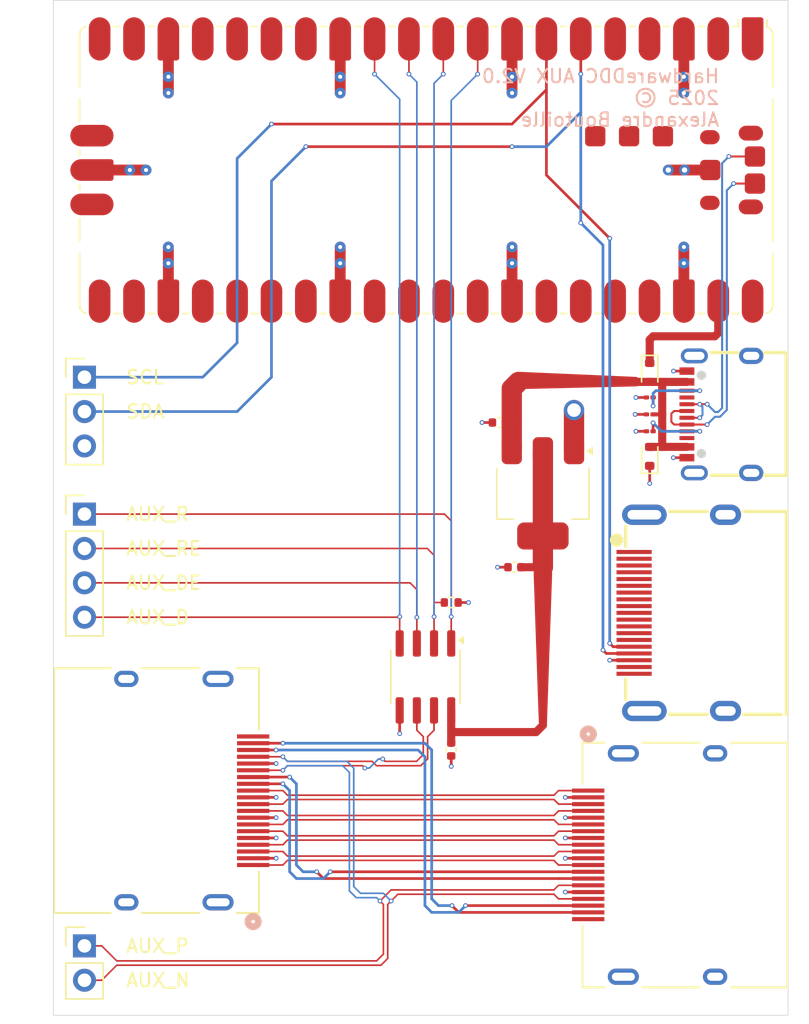
<source format=kicad_pcb>
(kicad_pcb (version 20241229) (generator "pcbnew") (generator_version "9.0")
  (layers (0 "F.Cu" signal) (4 "In1.Cu" signal) (6 "In2.Cu" signal) (2 "B.Cu" signal) (13 "F.Paste" user) (15 "B.Paste" user) (5 "F.SilkS" user "F.Silkscreen") (7 "B.SilkS" user "B.Silkscreen") (1 "F.Mask" user) (3 "B.Mask" user) (25 "Edge.Cuts" user))
  (net 0 "")
  (net 5 "GND")
  (net 6 "/SDA")
  (net 7 "Net-(A1-VSYS)")
  (net 11 "/AUX_D")
  (net 16 "/USB_DP")
  (net 23 "/SCL")
  (net 25 "/AUX_R")
  (net 32 "/AUX_DE")
  (net 33 "/AUX_RE")
  (net 40 "+3V3")
  (net 41 "+5V")
  (net 43 "Net-(J2-CC1)")
  (net 45 "Net-(J2-CC2)")
  (net 46 "/ML3_N")
  (net 47 "/ML2_N")
  (net 48 "/AUX_N")
  (net 49 "/ML0_P")
  (net 50 "Net-(J5-Pad19)")
  (net 51 "/ML2_P")
  (net 52 "/ML1_N")
  (net 53 "Net-(J5-Pad18)")
  (net 54 "/ML0_N")
  (net 55 "/AUX_P")
  (net 56 "Net-(J5-Pad14)")
  (net 57 "/ML3_P")
  (net 58 "Net-(J5-Pad13)")
  (net 59 "/ML1_P")
  (net 78 "/USB_DN")
  (footprint "Diode_SMD:D_SOD-523" (layer "F.Cu") (at 144.075 77.498667 -90)
    (property "Reference" "D2" (hide yes))
    (property "Value" "D_Schottky")
  )
  (footprint "Resistor_SMD:R_01005_0402Metric" (layer "F.Cu") (at 144.075 81.848667)
    (property "Reference" "R1" (hide yes))
    (property "Value" "5.1K")
  )
  (footprint "Libraries:CONN_47272-0001_MOL" (layer "F.Cu") (at 132.4 113.9 90)
    (property "Reference" "J5" (hide yes))
    (property "Value" "472720001")
  )
  (footprint "Diode_SMD:D_SOD-523" (layer "F.Cu") (at 144.075 83.7 90)
    (property "Reference" "D1" (hide yes))
    (property "Value" "D_TVS")
  )
  (footprint "Connector_PinHeader_2.54mm:PinHeader_1x03_P2.54mm_Vertical" (layer "F.Cu") (at 102.3 77.85)
    (property "Reference" "J3" (hide yes))
    (property "Value" "Conn_01x03_Pin")
  )
  (footprint "Resistor_SMD:R_0402_1005Metric" (layer "F.Cu") (at 129.405 94.5)
    (property "Reference" "R3" (hide yes))
    (property "Value" "10K")
  )
  (footprint "Connector_PinHeader_2.54mm:PinHeader_1x02_P2.54mm_Vertical" (layer "F.Cu") (at 102.3 119.875)
    (property "Reference" "J4" (hide yes))
    (property "Value" "Conn_01x02_Pin")
  )
  (footprint "Capacitor_SMD:C_0402_1005Metric" (layer "F.Cu") (at 129.405 105.36 -90)
    (property "Reference" "C2" (hide yes))
    (property "Value" "100nF")
  )
  (footprint "Module:RaspberryPi_Pico_SMD" (layer "F.Cu") (at 127.55 62.54 -90)
    (property "Reference" "A1" (hide yes))
    (property "Value" "RaspberryPi_Pico")
  )
  (footprint "Resistor_SMD:R_01005_0402Metric" (layer "F.Cu") (at 144.075 79.348974)
    (property "Reference" "R2" (hide yes))
    (property "Value" "5.1K")
  )
  (footprint "Connector_PinHeader_2.54mm:PinHeader_1x04_P2.54mm_Vertical" (layer "F.Cu") (at 102.3 87.968)
    (property "Reference" "J1" (hide yes))
    (property "Value" "Conn_01x04_Pin")
  )
  (footprint "Capacitor_SMD:C_01005_0402Metric" (layer "F.Cu") (at 144.075 80.598667 180)
    (property "Reference" "C1" (hide yes))
    (property "Value" "100nF")
  )
  (footprint "HDMILibrary:HDMI-SMD_HDMI-19PIN-043" (layer "F.Cu") (at 146.3 95.266667 90)
    (property "Reference" "J7" (hide yes))
    (property "Value" "HDMI_A_1.4")
  )
  (footprint "Capacitor_SMD:C_0402_1005Metric" (layer "F.Cu") (at 132.93 81.2 180)
    (property "Reference" "C3" (hide yes))
    (property "Value" "10uF")
  )
  (footprint "Package_SO:SOIC-8_3.9x4.9mm_P1.27mm" (layer "F.Cu") (at 127.5 100 -90)
    (property "Reference" "U1" (hide yes))
    (property "Value" "SN65MLVD200ADR")
  )
  (footprint "Libraries:CONN_47272-0001_MOL" (layer "F.Cu") (at 121.9 108.4 -90)
    (property "Reference" "J6" (hide yes))
    (property "Value" "472720001")
  )
  (footprint "Libraries:USB-C-SMD_TYPE-C-6PIN-2MD-073" (layer "F.Cu") (at 149.2 80.598667 90)
    (property "Reference" "J2" (hide yes))
    (property "Value" "USB_C_Receptacle")
    (fp_poly (pts (xy 3.237006 -1.350684) (xy 3.213358 -1.438939) (xy 3.167674 -1.518067) (xy 3.103067 -1.582674) (xy 3.023939 -1.628358) (xy 2.935684 -1.652006) (xy 2.844316 -1.652006) (xy 2.756061 -1.628358) (xy 2.676933 -1.582674) (xy 2.612326 -1.518067) (xy 2.566642 -1.438939) (xy 2.542994 -1.350684) (xy 2.542994 -1.259316) (xy 2.566642 -1.171061) (xy 2.612326 -1.091933) (xy 2.676933 -1.027326) (xy 2.756061 -0.981642) (xy 2.844316 -0.957994) (xy 2.935684 -0.957994) (xy 3.023939 -0.981642) (xy 3.103067 -1.027326) (xy 3.167674 -1.091933) (xy 3.213358 -1.171061) (xy 3.237006 -1.259316)) (fill yes) (layer "Edge.Cuts"))
    (fp_poly (pts (xy -2.542994 -1.350684) (xy -2.566642 -1.438939) (xy -2.612326 -1.518067) (xy -2.676933 -1.582674) (xy -2.756061 -1.628358) (xy -2.844316 -1.652006) (xy -2.935684 -1.652006) (xy -3.023939 -1.628358) (xy -3.103067 -1.582674) (xy -3.167674 -1.518067) (xy -3.213358 -1.438939) (xy -3.237006 -1.350684) (xy -3.237006 -1.259316) (xy -3.213358 -1.171061) (xy -3.167674 -1.091933) (xy -3.103067 -1.027326) (xy -3.023939 -0.981642) (xy -2.935684 -0.957994) (xy -2.844316 -0.957994) (xy -2.756061 -0.981642) (xy -2.676933 -1.027326) (xy -2.612326 -1.091933) (xy -2.566642 -1.171061) (xy -2.542994 -1.259316)) (fill yes) (layer "Edge.Cuts"))
  )
  (footprint "Capacitor_SMD:C_0402_1005Metric" (layer "F.Cu") (at 134.08 91.892667 180)
    (property "Reference" "C4" (hide yes))
    (property "Value" "10uF")
  )
  (footprint "Package_TO_SOT_SMD:SOT-223-3_TabPin2" (layer "F.Cu") (at 136.18 86.432667 -90)
    (property "Reference" "U2" (hide yes))
    (property "Value" "AMS1117-3.3")
  )
  (gr_rect (start 100 50) (end 154.3 125) (stroke (width 0.05)) (fill no) (layer "Edge.Cuts"))
  (gr_text "AUX_N" (at 105.3 122.415 0) (layer "F.SilkS") (effects (font (size 1 1)) (justify left)))
  (gr_text "AUX_DE" (at 105.3 93.048 0) (layer "F.SilkS") (effects (font (size 1 1)) (justify left)))
  (gr_text "AUX_RE" (at 105.3 90.508 0) (layer "F.SilkS") (effects (font (size 1 1)) (justify left)))
  (gr_text "SCL" (at 105.3 77.85 0) (layer "F.SilkS") (effects (font (size 1 1)) (justify left)))
  (gr_text "AUX_D" (at 105.3 95.588 0) (layer "F.SilkS") (effects (font (size 1 1)) (justify left)))
  (gr_text "SDA" (at 105.3 80.39 0) (layer "F.SilkS") (effects (font (size 1 1)) (justify left)))
  (gr_text "AUX_P" (at 105.3 119.875 0) (layer "F.SilkS") (effects (font (size 1 1)) (justify left)))
  (gr_text "AUX_R" (at 105.3 87.968 0) (layer "F.SilkS") (effects (font (size 1 1)) (justify left)))
  (gr_text "HardwareDDC AUX V2.0\n2025 ©\nAlexandre Boutoille" (at 149.3 55.02 0) (layer "B.SilkS") (effects (font (size 1 1)) (justify left top mirror)))
  (segment (start 129.405 105.84) (end 129.405 106.61) (width 0.2) (layer "F.Cu") (net 5))
  (segment (start 139.5322 115.9) (end 137.8384 115.9) (width 0.2) (layer "F.Cu") (net 5))
  (segment (start 108.5 52.85) (end 108.5 56.85) (width 0.8) (layer "F.Cu") (net 5))
  (segment (start 144.075 84.4) (end 144.075 85.7) (width 0.2) (layer "F.Cu") (net 5))
  (segment (start 138.48 83.282667) (end 138.48 80.282667) (width 1.5) (layer "F.Cu") (net 5))
  (segment (start 121.2 72.23) (end 121.2 68.23) (width 0.8) (layer "F.Cu") (net 5))
  (segment (start 148.55 62.54) (end 145.45 62.54) (width 0.8) (layer "F.Cu") (net 5))
  (segment (start 114.7678 113.4) (end 116.4616 113.4) (width 0.2) (layer "F.Cu") (net 5))
  (segment (start 129.915 94.5) (end 130.685 94.5) (width 0.2) (layer "F.Cu") (net 5))
  (segment (start 139.5322 110.4) (end 137.8384 110.4) (width 0.2) (layer "F.Cu") (net 5))
  (segment (start 142.92 98.766667) (end 141.12 98.766667) (width 0.2) (layer "F.Cu") (net 5))
  (segment (start 139.5322 113.4) (end 137.8384 113.4) (width 0.2) (layer "F.Cu") (net 5))
  (segment (start 143.825 80.598667) (end 143.001333 80.598667) (width 0.2) (layer "F.Cu") (net 5))
  (segment (start 146.6 72.23) (end 146.6 68.23) (width 0.8) (layer "F.Cu") (net 5))
  (segment (start 114.7678 108.9) (end 116.4616 108.9) (width 0.2) (layer "F.Cu") (net 5))
  (segment (start 146.825 83.798667) (end 145.825 83.798667) (width 0.2) (layer "F.Cu") (net 5))
  (segment (start 139.5322 108.9) (end 137.8384 108.9) (width 0.2) (layer "F.Cu") (net 5))
  (segment (start 114.7678 111.9) (end 116.4616 111.9) (width 0.2) (layer "F.Cu") (net 5))
  (segment (start 143.825 81.848667) (end 143.055 81.848667) (width 0.2) (layer "F.Cu") (net 5))
  (segment (start 103.65 62.54) (end 106.85 62.54) (width 0.8) (layer "F.Cu") (net 5))
  (segment (start 125.595 102.475) (end 125.595 104.185) (width 0.2) (layer "F.Cu") (net 5))
  (segment (start 114.7678 110.4) (end 116.4616 110.4) (width 0.2) (layer "F.Cu") (net 5))
  (segment (start 146.6 52.85) (end 146.6 56.85) (width 0.8) (layer "F.Cu") (net 5))
  (segment (start 133.9 52.85) (end 133.9 56.85) (width 0.8) (layer "F.Cu") (net 5))
  (segment (start 121.2 52.85) (end 121.2 56.85) (width 0.8) (layer "F.Cu") (net 5))
  (segment (start 133.6 91.892667) (end 132.83 91.892667) (width 0.2) (layer "F.Cu") (net 5))
  (segment (start 114.7678 106.4) (end 116.4616 106.4) (width 0.2) (layer "F.Cu") (net 5))
  (segment (start 108.5 72.23) (end 108.5 68.23) (width 0.8) (layer "F.Cu") (net 5))
  (segment (start 146.825 77.398667) (end 145.835 77.398667) (width 0.2) (layer "F.Cu") (net 5))
  (segment (start 132.45 81.2) (end 131.68 81.2) (width 0.2) (layer "F.Cu") (net 5))
  (segment (start 133.9 72.23) (end 133.9 68.23) (width 0.8) (layer "F.Cu") (net 5))
  (segment (start 143.825 79.348974) (end 143.055 79.348974) (width 0.2) (layer "F.Cu") (net 5))
  (segment (start 139.5322 111.9) (end 137.8384 111.9) (width 0.2) (layer "F.Cu") (net 5))
  (via (at 137.8384 113.4) (size 0.35) (drill 0.2) (layers "F.Cu" "B.Cu") (net 5))
  (via (at 116.4616 108.9) (size 0.35) (drill 0.2) (layers "F.Cu" "B.Cu") (net 5))
  (via (at 133.9 56.85) (size 0.8) (drill 0.3) (layers "F.Cu" "B.Cu") (net 5))
  (via (at 146.6 69.43) (size 0.8) (drill 0.3) (layers "F.Cu" "B.Cu") (net 5))
  (via (at 131.68 81.2) (size 0.35) (drill 0.2) (layers "F.Cu" "B.Cu") (net 5))
  (via (at 143.001333 80.598667) (size 0.35) (drill 0.2) (layers "F.Cu" "B.Cu") (net 5))
  (via (at 121.2 56.85) (size 0.8) (drill 0.3) (layers "F.Cu" "B.Cu") (net 5))
  (via (at 144.075 85.7) (size 0.35) (drill 0.2) (layers "F.Cu" "B.Cu") (net 5))
  (via (at 105.65 62.54) (size 0.8) (drill 0.3) (layers "F.Cu" "B.Cu") (net 5))
  (via (at 116.4616 113.4) (size 0.35) (drill 0.2) (layers "F.Cu" "B.Cu") (net 5))
  (via (at 108.5 56.85) (size 0.8) (drill 0.3) (layers "F.Cu" "B.Cu") (net 5))
  (via (at 125.595 104.185) (size 0.35) (drill 0.2) (layers "F.Cu" "B.Cu") (net 5))
  (via (at 121.2 55.65) (size 0.8) (drill 0.3) (layers "F.Cu" "B.Cu") (net 5))
  (via (at 137.8384 108.9) (size 0.35) (drill 0.2) (layers "F.Cu" "B.Cu") (net 5))
  (via (at 121.2 69.43) (size 0.8) (drill 0.3) (layers "F.Cu" "B.Cu") (net 5))
  (via (at 129.405 106.61) (size 0.35) (drill 0.2) (layers "F.Cu" "B.Cu") (net 5))
  (via (at 116.4616 110.4) (size 0.35) (drill 0.2) (layers "F.Cu" "B.Cu") (net 5))
  (via (at 145.825 83.798667) (size 0.35) (drill 0.2) (layers "F.Cu" "B.Cu") (net 5))
  (via (at 146.65 62.54) (size 0.8) (drill 0.4) (layers "F.Cu" "B.Cu") (net 5))
  (via (at 116.4616 111.9) (size 0.35) (drill 0.2) (layers "F.Cu" "B.Cu") (net 5))
  (via (at 108.5 68.23) (size 0.8) (drill 0.3) (layers "F.Cu" "B.Cu") (net 5))
  (via (at 146.6 55.65) (size 0.8) (drill 0.3) (layers "F.Cu" "B.Cu") (net 5))
  (via (at 132.83 91.892667) (size 0.35) (drill 0.2) (layers "F.Cu" "B.Cu") (net 5))
  (via (at 130.685 94.5) (size 0.35) (drill 0.2) (layers "F.Cu" "B.Cu") (net 5))
  (via (at 143.055 79.348974) (size 0.35) (drill 0.2) (layers "F.Cu" "B.Cu") (net 5))
  (via (at 138.48 80.282667) (size 1.5) (drill 1) (layers "F.Cu" "B.Cu") (net 5))
  (via (at 137.8384 110.4) (size 0.35) (drill 0.2) (layers "F.Cu" "B.Cu") (net 5))
  (via (at 116.4616 106.4) (size 0.35) (drill 0.2) (layers "F.Cu" "B.Cu") (net 5))
  (via (at 143.055 81.848667) (size 0.35) (drill 0.2) (layers "F.Cu" "B.Cu") (net 5))
  (via (at 121.2 68.23) (size 0.8) (drill 0.3) (layers "F.Cu" "B.Cu") (net 5))
  (via (at 133.9 55.65) (size 0.8) (drill 0.3) (layers "F.Cu" "B.Cu") (net 5))
  (via (at 145.835 77.398667) (size 0.35) (drill 0.2) (layers "F.Cu" "B.Cu") (net 5))
  (via (at 108.5 69.43) (size 0.8) (drill 0.3) (layers "F.Cu" "B.Cu") (net 5))
  (via (at 133.9 69.43) (size 0.8) (drill 0.3) (layers "F.Cu" "B.Cu") (net 5))
  (via (at 108.5 55.65) (size 0.8) (drill 0.3) (layers "F.Cu" "B.Cu") (net 5))
  (via (at 145.45 62.54) (size 0.8) (drill 0.4) (layers "F.Cu" "B.Cu") (net 5))
  (via (at 106.85 62.54) (size 0.8) (drill 0.3) (layers "F.Cu" "B.Cu") (net 5))
  (via (at 146.6 68.23) (size 0.8) (drill 0.3) (layers "F.Cu" "B.Cu") (net 5))
  (via (at 137.8384 115.9) (size 0.35) (drill 0.2) (layers "F.Cu" "B.Cu") (net 5))
  (via (at 133.9 68.23) (size 0.8) (drill 0.3) (layers "F.Cu" "B.Cu") (net 5))
  (via (at 137.8384 111.9) (size 0.35) (drill 0.2) (layers "F.Cu" "B.Cu") (net 5))
  (via (at 141.12 98.766667) (size 0.35) (drill 0.2) (layers "F.Cu" "B.Cu") (net 5))
  (via (at 146.6 56.85) (size 0.8) (drill 0.3) (layers "F.Cu" "B.Cu") (net 5))
  (segment (start 118.66 60.814) (end 133.9 60.814) (width 0.2) (layer "F.Cu") (net 6))
  (segment (start 142.92 98.266667) (end 140.87 98.266667) (width 0.2) (layer "F.Cu") (net 6))
  (segment (start 138.98 52.85) (end 138.98 55.45) (width 0.2) (layer "F.Cu") (net 6))
  (segment (start 140.87 98.266667) (end 140.62 98.016667) (width 0.2) (layer "F.Cu") (net 6))
  (via (at 118.66 60.814) (size 0.35) (drill 0.2) (layers "F.Cu" "B.Cu") (net 6))
  (via (at 133.9 60.814) (size 0.35) (drill 0.2) (layers "F.Cu" "B.Cu") (net 6))
  (via (at 140.62 98.016667) (size 0.35) (drill 0.2) (layers "F.Cu" "B.Cu") (net 6))
  (via (at 138.98 55.45) (size 0.35) (drill 0.2) (layers "F.Cu" "B.Cu") (net 6))
  (via (at 138.98 66.45) (size 0.35) (drill 0.2) (layers "F.Cu" "B.Cu") (net 6))
  (segment (start 136.44 60.814) (end 138.98 58.274) (width 0.2) (layer "B.Cu") (net 6))
  (segment (start 140.62 98.016667) (end 140.62 68.09) (width 0.2) (layer "B.Cu") (net 6))
  (segment (start 138.98 66.45) (end 140.62 68.09) (width 0.2) (layer "B.Cu") (net 6))
  (segment (start 116.12 63.354) (end 118.66 60.814) (width 0.2) (layer "B.Cu") (net 6))
  (segment (start 113.58 80.39) (end 116.12 77.85) (width 0.2) (layer "B.Cu") (net 6))
  (segment (start 138.98 55.45) (end 138.98 66.45) (width 0.2) (layer "B.Cu") (net 6))
  (segment (start 116.12 77.85) (end 116.12 63.354) (width 0.2) (layer "B.Cu") (net 6))
  (segment (start 102.3 80.39) (end 113.58 80.39) (width 0.2) (layer "B.Cu") (net 6))
  (segment (start 133.9 60.814) (end 136.44 60.814) (width 0.2) (layer "B.Cu") (net 6))
  (segment (start 149.14 72.23) (end 149.14 74.5775) (width 0.6) (layer "F.Cu") (net 7))
  (segment (start 148.89 74.8275) (end 144.325 74.8275) (width 0.6) (layer "F.Cu") (net 7))
  (segment (start 149.14 74.5775) (end 148.89 74.8275) (width 0.6) (layer "F.Cu") (net 7))
  (segment (start 144.325 74.8275) (end 144.075 75.0775) (width 0.6) (layer "F.Cu") (net 7))
  (segment (start 144.075 76.798667) (end 144.075 75.0775) (width 0.6) (layer "F.Cu") (net 7))
  (segment (start 123.74 52.85) (end 123.74 55.45) (width 0.12) (layer "F.Cu") (net 11))
  (segment (start 102.3 95.588) (end 125.557 95.588) (width 0.12) (layer "F.Cu") (net 11))
  (segment (start 125.595 97.525) (end 125.595 95.55) (width 0.12) (layer "F.Cu") (net 11))
  (segment (start 125.557 95.588) (end 125.595 95.55) (width 0.12) (layer "F.Cu") (net 11))
  (via (at 125.595 95.55) (size 0.35) (drill 0.2) (layers "F.Cu" "B.Cu") (net 11))
  (via (at 123.74 55.45) (size 0.35) (drill 0.2) (layers "F.Cu" "B.Cu") (net 11))
  (segment (start 123.74 55.45) (end 125.595 57.305) (width 0.12) (layer "B.Cu") (net 11))
  (segment (start 125.595 57.305) (end 125.595 95.55) (width 0.12) (layer "B.Cu") (net 11))
  (segment (start 151.85 61.54) (end 149.925 61.54) (width 0.15) (layer "F.Cu") (net 16))
  (segment (start 147.775 79.848667) (end 148.325 79.848667) (width 0.15) (layer "F.Cu") (net 16))
  (segment (start 146.825 79.848667) (end 147.775 79.848667) (width 0.15) (layer "F.Cu") (net 16))
  (segment (start 146.825 80.848667) (end 147.775 80.848667) (width 0.15) (layer "F.Cu") (net 16))
  (via (at 148.325 79.848667) (size 0.35) (drill 0.2) (layers "F.Cu" "B.Cu") (net 16))
  (via (at 149.925 61.54) (size 0.35) (drill 0.2) (layers "F.Cu" "B.Cu") (net 16))
  (via (at 147.775 79.848667) (size 0.35) (drill 0.2) (layers "F.Cu" "B.Cu") (net 16))
  (via (at 147.775 80.848667) (size 0.35) (drill 0.2) (layers "F.Cu" "B.Cu") (net 16))
  (segment (start 147.775 80.848667) (end 147.975 80.648667) (width 0.15) (layer "B.Cu") (net 16))
  (segment (start 147.975 80.048667) (end 147.975 80.648667) (width 0.15) (layer "B.Cu") (net 16))
  (segment (start 149.425 62.04) (end 149.425 80.127512) (width 0.15) (layer "B.Cu") (net 16))
  (segment (start 149.128845 80.423667) (end 148.9 80.423667) (width 0.15) (layer "B.Cu") (net 16))
  (segment (start 149.925 61.54) (end 149.425 62.04) (width 0.15) (layer "B.Cu") (net 16))
  (segment (start 148.9 80.423667) (end 148.325 79.848667) (width 0.15) (layer "B.Cu") (net 16))
  (segment (start 149.425 80.127512) (end 149.128845 80.423667) (width 0.15) (layer "B.Cu") (net 16))
  (segment (start 147.775 79.848667) (end 147.975 80.048667) (width 0.15) (layer "B.Cu") (net 16))
  (segment (start 142.92 97.766667) (end 141.37 97.766667) (width 0.2) (layer "F.Cu") (net 23))
  (segment (start 136.44 52.85) (end 136.44 62.91) (width 0.2) (layer "F.Cu") (net 23))
  (segment (start 133.9 59.144) (end 136.44 56.604) (width 0.2) (layer "F.Cu") (net 23))
  (segment (start 116.12 59.144) (end 133.9 59.144) (width 0.2) (layer "F.Cu") (net 23))
  (segment (start 141.12 67.59) (end 136.44 62.91) (width 0.2) (layer "F.Cu") (net 23))
  (segment (start 141.37 97.766667) (end 141.12 97.516667) (width 0.2) (layer "F.Cu") (net 23))
  (via (at 141.12 67.59) (size 0.35) (drill 0.2) (layers "F.Cu" "B.Cu") (net 23))
  (via (at 141.12 97.516667) (size 0.35) (drill 0.2) (layers "F.Cu" "B.Cu") (net 23))
  (via (at 116.12 59.144) (size 0.35) (drill 0.2) (layers "F.Cu" "B.Cu") (net 23))
  (segment (start 113.58 61.684) (end 116.12 59.144) (width 0.2) (layer "B.Cu") (net 23))
  (segment (start 102.3 77.85) (end 111.04 77.85) (width 0.2) (layer "B.Cu") (net 23))
  (segment (start 111.04 77.85) (end 113.58 75.31) (width 0.2) (layer "B.Cu") (net 23))
  (segment (start 113.58 75.31) (end 113.58 61.684) (width 0.2) (layer "B.Cu") (net 23))
  (segment (start 141.12 97.516667) (end 141.12 67.59) (width 0.2) (layer "B.Cu") (net 23))
  (segment (start 128.905 87.968) (end 102.3 87.968) (width 0.12) (layer "F.Cu") (net 25))
  (segment (start 131.36 52.85) (end 131.36 55.45) (width 0.12) (layer "F.Cu") (net 25))
  (segment (start 129.405 95.55) (end 129.405 88.468) (width 0.12) (layer "F.Cu") (net 25))
  (segment (start 129.405 97.525) (end 129.405 95.55) (width 0.12) (layer "F.Cu") (net 25))
  (segment (start 129.405 88.468) (end 128.905 87.968) (width 0.12) (layer "F.Cu") (net 25))
  (via (at 131.36 55.45) (size 0.35) (drill 0.2) (layers "F.Cu" "B.Cu") (net 25))
  (via (at 129.405 95.55) (size 0.35) (drill 0.2) (layers "F.Cu" "B.Cu") (net 25))
  (segment (start 129.405 57.405) (end 129.405 95.55) (width 0.12) (layer "B.Cu") (net 25))
  (segment (start 131.36 55.45) (end 129.405 57.405) (width 0.12) (layer "B.Cu") (net 25))
  (segment (start 126.365 93.048) (end 102.3 93.048) (width 0.12) (layer "F.Cu") (net 32))
  (segment (start 126.865 95.6) (end 126.865 93.548) (width 0.12) (layer "F.Cu") (net 32))
  (segment (start 126.865 95.6) (end 126.865 95.55) (width 0.12) (layer "F.Cu") (net 32))
  (segment (start 126.865 93.548) (end 126.365 93.048) (width 0.12) (layer "F.Cu") (net 32))
  (segment (start 126.28 52.85) (end 126.28 55.45) (width 0.12) (layer "F.Cu") (net 32))
  (segment (start 126.865 97.525) (end 126.865 95.6) (width 0.12) (layer "F.Cu") (net 32))
  (via (at 126.28 55.45) (size 0.35) (drill 0.2) (layers "F.Cu" "B.Cu") (net 32))
  (via (at 126.865 95.6) (size 0.35) (drill 0.2) (layers "F.Cu" "B.Cu") (net 32))
  (segment (start 126.865 56.035) (end 126.865 95.6) (width 0.12) (layer "B.Cu") (net 32))
  (segment (start 126.28 55.45) (end 126.865 56.035) (width 0.12) (layer "B.Cu") (net 32))
  (segment (start 128.135 95.55) (end 128.135 94.5) (width 0.12) (layer "F.Cu") (net 33))
  (segment (start 128.135 91.008) (end 127.635 90.508) (width 0.12) (layer "F.Cu") (net 33))
  (segment (start 128.82 52.85) (end 128.82 55.45) (width 0.12) (layer "F.Cu") (net 33))
  (segment (start 127.635 90.508) (end 102.3 90.508) (width 0.12) (layer "F.Cu") (net 33))
  (segment (start 128.135 97.525) (end 128.135 95.55) (width 0.12) (layer "F.Cu") (net 33))
  (segment (start 128.135 94.5) (end 128.135 91.008) (width 0.12) (layer "F.Cu") (net 33))
  (segment (start 128.895 94.5) (end 128.135 94.5) (width 0.12) (layer "F.Cu") (net 33))
  (via (at 128.82 55.45) (size 0.35) (drill 0.2) (layers "F.Cu" "B.Cu") (net 33))
  (via (at 128.135 95.55) (size 0.35) (drill 0.2) (layers "F.Cu" "B.Cu") (net 33))
  (segment (start 128.82 55.45) (end 128.135 56.135) (width 0.12) (layer "B.Cu") (net 33))
  (segment (start 128.135 56.135) (end 128.135 95.55) (width 0.12) (layer "B.Cu") (net 33))
  (segment (start 129.405 104) (end 129.405 104.88) (width 0.6) (layer "F.Cu") (net 40))
  (segment (start 135.68 104.075) (end 136.18 103.575) (width 0.6) (layer "F.Cu") (net 40))
  (segment (start 136.172667 91.892667) (end 136.18 91.9) (width 0.2) (layer "F.Cu") (net 40))
  (segment (start 129.405 104.075) (end 135.68 104.075) (width 0.6) (layer "F.Cu") (net 40))
  (segment (start 136.18 83.282667) (end 136.18 89.582667) (width 1.5) (layer "F.Cu") (net 40))
  (segment (start 136.18 89.582667) (end 136.18 91.9) (width 1.5) (layer "F.Cu") (net 40))
  (segment (start 136.18 91.9) (end 136.18 103.575) (width 0.6) (layer "F.Cu") (net 40))
  (segment (start 129.405 102.475) (end 129.405 104) (width 0.6) (layer "F.Cu") (net 40))
  (segment (start 134.56 91.892667) (end 136.172667 91.892667) (width 0.6) (layer "F.Cu") (net 40))
  (segment (start 144.076333 82.998667) (end 144.075 83) (width 0.2) (layer "F.Cu") (net 41))
  (segment (start 133.41 81.2) (end 133.88 81.2) (width 0.2) (layer "F.Cu") (net 41))
  (segment (start 133.88 81.2) (end 133.88 78.698667) (width 1.5) (layer "F.Cu") (net 41))
  (segment (start 146.825 82.998667) (end 145.2 82.998667) (width 0.6) (layer "F.Cu") (net 41))
  (segment (start 134.38 78.198667) (end 144.075 78.198667) (width 0.6) (layer "F.Cu") (net 41))
  (segment (start 145.2 78.198667) (end 144.075 78.198667) (width 0.6) (layer "F.Cu") (net 41))
  (segment (start 145.2 82.998667) (end 144.076333 82.998667) (width 0.6) (layer "F.Cu") (net 41))
  (segment (start 145 82.998667) (end 145 80.6) (width 0.6) (layer "F.Cu") (net 41))
  (segment (start 146.825 78.198667) (end 145.2 78.198667) (width 0.6) (layer "F.Cu") (net 41))
  (segment (start 133.88 83.282667) (end 133.88 81.2) (width 1.5) (layer "F.Cu") (net 41))
  (segment (start 144.325 80.598667) (end 144.998667 80.598667) (width 0.3) (layer "F.Cu") (net 41))
  (segment (start 133.88 78.698667) (end 134.38 78.198667) (width 1.5) (layer "F.Cu") (net 41))
  (segment (start 145.198667 80.598667) (end 145.2 80.6) (width 0.2) (layer "F.Cu") (net 41))
  (segment (start 145 80.6) (end 145 78.198667) (width 0.6) (layer "F.Cu") (net 41))
  (segment (start 146.825 81.848667) (end 147.775 81.848667) (width 0.2) (layer "F.Cu") (net 43))
  (segment (start 144.325 81.848667) (end 144.325 81.223667) (width 0.2) (layer "F.Cu") (net 43))
  (via (at 147.775 81.848667) (size 0.35) (drill 0.2) (layers "F.Cu" "B.Cu") (net 43))
  (via (at 144.325 81.223667) (size 0.35) (drill 0.2) (layers "F.Cu" "B.Cu") (net 43))
  (segment (start 147.775 81.848667) (end 144.951333 81.848667) (width 0.2) (layer "B.Cu") (net 43))
  (segment (start 144.325 81.225) (end 144.95 81.85) (width 0.2) (layer "B.Cu") (net 43))
  (segment (start 144.951333 81.848667) (end 144.95 81.85) (width 0.2) (layer "B.Cu") (net 43))
  (segment (start 144.325 81.223667) (end 144.325 81.225) (width 0.2) (layer "B.Cu") (net 43))
  (segment (start 146.825 78.848667) (end 147.775 78.848667) (width 0.2) (layer "F.Cu") (net 45))
  (segment (start 144.325 79.348974) (end 144.325 79.973974) (width 0.2) (layer "F.Cu") (net 45))
  (via (at 147.775 78.848667) (size 0.35) (drill 0.2) (layers "F.Cu" "B.Cu") (net 45))
  (via (at 144.325 79.973974) (size 0.35) (drill 0.2) (layers "F.Cu" "B.Cu") (net 45))
  (segment (start 144.325 79.973974) (end 144.325 79.048667) (width 0.2) (layer "B.Cu") (net 45))
  (segment (start 144.325 79.048667) (end 144.525 78.848667) (width 0.2) (layer "B.Cu") (net 45))
  (segment (start 144.525 78.848667) (end 147.775 78.848667) (width 0.2) (layer "B.Cu") (net 45))
  (segment (start 117.3016 113.56) (end 116.9616 113.9) (width 0.12) (layer "F.Cu") (net 46))
  (segment (start 136.99444 113.56) (end 137.33444 113.9) (width 0.12) (layer "F.Cu") (net 46))
  (segment (start 114.7678 113.9) (end 116.9616 113.9) (width 0.12) (layer "F.Cu") (net 46))
  (segment (start 117.3016 113.56) (end 136.99444 113.56) (width 0.12) (layer "F.Cu") (net 46))
  (segment (start 139.5322 113.9) (end 137.33444 113.9) (width 0.12) (layer "F.Cu") (net 46))
  (segment (start 117.3016 112.06) (end 136.9984 112.06) (width 0.12) (layer "F.Cu") (net 47))
  (segment (start 136.9984 112.06) (end 137.3384 112.4) (width 0.12) (layer "F.Cu") (net 47))
  (segment (start 139.5322 112.4) (end 137.3384 112.4) (width 0.12) (layer "F.Cu") (net 47))
  (segment (start 116.9616 112.4) (end 114.7678 112.4) (width 0.12) (layer "F.Cu") (net 47))
  (segment (start 117.3016 112.06) (end 116.9616 112.4) (width 0.12) (layer "F.Cu") (net 47))
  (segment (start 114.7678 105.9) (end 116.9616 105.9) (width 0.12) (layer "F.Cu") (net 48))
  (segment (start 125.4616 116.06) (end 124.9616 116.56) (width 0.12) (layer "F.Cu") (net 48))
  (segment (start 103.575001 122.415) (end 104.685001 121.305) (width 0.12) (layer "F.Cu") (net 48))
  (segment (start 139.5322 116.4) (end 137.334311 116.4) (width 0.12) (layer "F.Cu") (net 48))
  (segment (start 128.135 102.475) (end 128.135 103.937501) (width 0.12) (layer "F.Cu") (net 48))
  (segment (start 117.3016 106.24) (end 116.9616 105.9) (width 0.12) (layer "F.Cu") (net 48))
  (segment (start 123.88 106.561) (end 123.559 106.24) (width 0.12) (layer "F.Cu") (net 48))
  (segment (start 127.159 106.561) (end 123.88 106.561) (width 0.12) (layer "F.Cu") (net 48))
  (segment (start 104.685001 121.305) (end 124.2116 121.305) (width 0.12) (layer "F.Cu") (net 48))
  (segment (start 124.9616 116.56) (end 124.7116 116.81) (width 0.12) (layer "F.Cu") (net 48))
  (segment (start 124.7116 120.805) (end 124.2116 121.305) (width 0.12) (layer "F.Cu") (net 48))
  (segment (start 127.66 106.06) (end 127.159 106.561) (width 0.12) (layer "F.Cu") (net 48))
  (segment (start 123.559 106.24) (end 117.3016 106.24) (width 0.12) (layer "F.Cu") (net 48))
  (segment (start 137.334311 116.4) (end 136.994311 116.06) (width 0.12) (layer "F.Cu") (net 48))
  (segment (start 127.66 104.412501) (end 127.66 106.06) (width 0.12) (layer "F.Cu") (net 48))
  (segment (start 136.994311 116.06) (end 125.4616 116.06) (width 0.12) (layer "F.Cu") (net 48))
  (segment (start 102.3 122.415) (end 103.575001 122.415) (width 0.12) (layer "F.Cu") (net 48))
  (segment (start 128.135 103.937501) (end 127.66 104.412501) (width 0.12) (layer "F.Cu") (net 48))
  (segment (start 124.7116 116.81) (end 124.7116 120.805) (width 0.12) (layer "F.Cu") (net 48))
  (via (at 116.9616 105.9) (size 0.35) (drill 0.2) (layers "F.Cu" "B.Cu") (net 48))
  (via (at 124.9616 116.56) (size 0.35) (drill 0.2) (layers "F.Cu" "B.Cu") (net 48))
  (segment (start 122.1995 114) (end 122.2 114.0005) (width 0.12) (layer "B.Cu") (net 48))
  (segment (start 122.7 115.99) (end 124.39 115.99) (width 0.12) (layer "B.Cu") (net 48))
  (segment (start 124.96 116.56) (end 124.9616 116.56) (width 0.12) (layer "B.Cu") (net 48))
  (segment (start 122.2 114.0005) (end 122.2 115.49) (width 0.12) (layer "B.Cu") (net 48))
  (segment (start 121.6995 106.239999) (end 122.1995 106.739999) (width 0.12) (layer "B.Cu") (net 48))
  (segment (start 117.301599 106.239999) (end 116.9616 105.9) (width 0.12) (layer "B.Cu") (net 48))
  (segment (start 124.39 115.99) (end 124.96 116.56) (width 0.12) (layer "B.Cu") (net 48))
  (segment (start 121.6995 106.239999) (end 117.301599 106.239999) (width 0.12) (layer "B.Cu") (net 48))
  (segment (start 122.1995 106.739999) (end 122.1995 114) (width 0.12) (layer "B.Cu") (net 48))
  (segment (start 122.2 115.49) (end 122.7 115.99) (width 0.12) (layer "B.Cu") (net 48))
  (segment (start 117.3016 108.74) (end 116.9616 108.4) (width 0.12) (layer "F.Cu") (net 49))
  (segment (start 116.9616 108.4) (end 114.7678 108.4) (width 0.12) (layer "F.Cu") (net 49))
  (segment (start 139.5322 108.4) (end 137.3384 108.4) (width 0.12) (layer "F.Cu") (net 49))
  (segment (start 137.3384 108.4) (end 136.9984 108.74) (width 0.12) (layer "F.Cu") (net 49))
  (segment (start 136.9984 108.74) (end 117.3016 108.74) (width 0.12) (layer "F.Cu") (net 49))
  (segment (start 114.7678 104.9) (end 116.9616 104.9) (width 0.2) (layer "F.Cu") (net 50))
  (segment (start 129.9616 117.4) (end 129.4616 116.9) (width 0.2) (layer "F.Cu") (net 50))
  (segment (start 139.5322 117.4) (end 129.9616 117.4) (width 0.2) (layer "F.Cu") (net 50))
  (via (at 129.4616 116.9) (size 0.35) (drill 0.2) (layers "F.Cu" "B.Cu") (net 50))
  (via (at 116.9616 104.9) (size 0.35) (drill 0.2) (layers "F.Cu" "B.Cu") (net 50))
  (segment (start 127.4616 104.9) (end 116.9616 104.9) (width 0.2) (layer "B.Cu") (net 50))
  (segment (start 127.9616 105.4) (end 127.4616 104.9) (width 0.2) (layer "B.Cu") (net 50))
  (segment (start 129.4616 116.9) (end 128.4616 116.9) (width 0.2) (layer "B.Cu") (net 50))
  (segment (start 127.9616 116.4) (end 127.9616 105.4) (width 0.2) (layer "B.Cu") (net 50))
  (segment (start 128.4616 116.9) (end 127.9616 116.4) (width 0.2) (layer "B.Cu") (net 50))
  (segment (start 117.3016 111.74) (end 136.9984 111.74) (width 0.12) (layer "F.Cu") (net 51))
  (segment (start 116.9616 111.4) (end 114.7678 111.4) (width 0.12) (layer "F.Cu") (net 51))
  (segment (start 139.5322 111.4) (end 137.3384 111.4) (width 0.12) (layer "F.Cu") (net 51))
  (segment (start 136.9984 111.74) (end 137.3384 111.4) (width 0.12) (layer "F.Cu") (net 51))
  (segment (start 117.3016 111.74) (end 116.9616 111.4) (width 0.12) (layer "F.Cu") (net 51))
  (segment (start 137.3384 110.9) (end 136.9984 110.56) (width 0.12) (layer "F.Cu") (net 52))
  (segment (start 139.5322 110.9) (end 137.3384 110.9) (width 0.12) (layer "F.Cu") (net 52))
  (segment (start 117.3016 110.56) (end 116.9616 110.9) (width 0.12) (layer "F.Cu") (net 52))
  (segment (start 116.9616 110.9) (end 114.7678 110.9) (width 0.12) (layer "F.Cu") (net 52))
  (segment (start 136.9984 110.56) (end 117.3016 110.56) (width 0.12) (layer "F.Cu") (net 52))
  (segment (start 114.7678 105.4) (end 116.4616 105.4) (width 0.2) (layer "F.Cu") (net 53))
  (segment (start 139.5322 116.9) (end 130.4616 116.9) (width 0.2) (layer "F.Cu") (net 53))
  (via (at 116.4616 105.4) (size 0.35) (drill 0.2) (layers "F.Cu" "B.Cu") (net 53))
  (via (at 130.4616 116.9) (size 0.35) (drill 0.2) (layers "F.Cu" "B.Cu") (net 53))
  (segment (start 127.9616 117.4) (end 127.4616 116.9) (width 0.2) (layer "B.Cu") (net 53))
  (segment (start 127.4616 116.9) (end 127.4616 105.9) (width 0.2) (layer "B.Cu") (net 53))
  (segment (start 126.9616 105.4) (end 116.4616 105.4) (width 0.2) (layer "B.Cu") (net 53))
  (segment (start 130.4616 116.9) (end 129.9616 117.4) (width 0.2) (layer "B.Cu") (net 53))
  (segment (start 129.9616 117.4) (end 127.9616 117.4) (width 0.2) (layer "B.Cu") (net 53))
  (segment (start 127.4616 105.9) (end 126.9616 105.4) (width 0.2) (layer "B.Cu") (net 53))
  (segment (start 137.3384 109.4) (end 136.9984 109.06) (width 0.12) (layer "F.Cu") (net 54))
  (segment (start 116.9616 109.4) (end 114.7678 109.4) (width 0.12) (layer "F.Cu") (net 54))
  (segment (start 136.9984 109.06) (end 117.3016 109.06) (width 0.12) (layer "F.Cu") (net 54))
  (segment (start 117.3016 109.06) (end 116.9616 109.4) (width 0.12) (layer "F.Cu") (net 54))
  (segment (start 139.5322 109.4) (end 137.3384 109.4) (width 0.12) (layer "F.Cu") (net 54))
  (segment (start 127.34 105.74) (end 126.84 106.24) (width 0.12) (layer "F.Cu") (net 55))
  (segment (start 117.3016 106.56) (end 122.845 106.56) (width 0.12) (layer "F.Cu") (net 55))
  (segment (start 124.1416 116.56) (end 124.3916 116.81) (width 0.12) (layer "F.Cu") (net 55))
  (segment (start 127.34 104.412501) (end 127.34 105.74) (width 0.12) (layer "F.Cu") (net 55))
  (segment (start 124.9616 115.74) (end 124.1416 116.56) (width 0.12) (layer "F.Cu") (net 55))
  (segment (start 116.9616 106.9) (end 117.3016 106.56) (width 0.12) (layer "F.Cu") (net 55))
  (segment (start 102.3 119.875) (end 103.575001 119.875) (width 0.12) (layer "F.Cu") (net 55))
  (segment (start 123.8916 120.985) (end 124.3916 120.485) (width 0.12) (layer "F.Cu") (net 55))
  (segment (start 126.865 102.475) (end 126.865 103.937501) (width 0.12) (layer "F.Cu") (net 55))
  (segment (start 114.7678 106.9) (end 116.9616 106.9) (width 0.12) (layer "F.Cu") (net 55))
  (segment (start 124.515 106.24) (end 124.34 106.065) (width 0.12) (layer "F.Cu") (net 55))
  (segment (start 124.3916 116.81) (end 124.3916 120.485) (width 0.12) (layer "F.Cu") (net 55))
  (segment (start 122.845 106.56) (end 123.02 106.735) (width 0.12) (layer "F.Cu") (net 55))
  (segment (start 136.994311 115.74) (end 124.9616 115.74) (width 0.12) (layer "F.Cu") (net 55))
  (segment (start 126.865 103.937501) (end 127.34 104.412501) (width 0.12) (layer "F.Cu") (net 55))
  (segment (start 126.84 106.24) (end 124.515 106.24) (width 0.12) (layer "F.Cu") (net 55))
  (segment (start 104.685001 120.985) (end 123.8916 120.985) (width 0.12) (layer "F.Cu") (net 55))
  (segment (start 103.575001 119.875) (end 104.685001 120.985) (width 0.12) (layer "F.Cu") (net 55))
  (segment (start 137.334311 115.4) (end 136.994311 115.74) (width 0.12) (layer "F.Cu") (net 55))
  (segment (start 139.5322 115.4) (end 137.334311 115.4) (width 0.12) (layer "F.Cu") (net 55))
  (via (at 124.34 106.065) (size 0.35) (drill 0.2) (layers "F.Cu" "B.Cu") (net 55))
  (via (at 116.9616 106.9) (size 0.35) (drill 0.2) (layers "F.Cu" "B.Cu") (net 55))
  (via (at 123.02 106.735) (size 0.35) (drill 0.2) (layers "F.Cu" "B.Cu") (net 55))
  (via (at 124.1416 116.56) (size 0.35) (drill 0.2) (layers "F.Cu" "B.Cu") (net 55))
  (segment (start 124.1416 116.56) (end 123.8916 116.31) (width 0.12) (layer "B.Cu") (net 55))
  (segment (start 117.301599 106.560001) (end 116.9616 106.9) (width 0.12) (layer "B.Cu") (net 55))
  (segment (start 123.02 106.735) (end 123.355 106.735) (width 0.12) (layer "B.Cu") (net 55))
  (segment (start 121.379 106.560001) (end 117.301599 106.560001) (width 0.12) (layer "B.Cu") (net 55))
  (segment (start 122.38 116.31) (end 121.879 115.809) (width 0.12) (layer "B.Cu") (net 55))
  (segment (start 123.355 106.735) (end 124.025 106.065) (width 0.12) (layer "B.Cu") (net 55))
  (segment (start 123.8916 116.31) (end 122.38 116.31) (width 0.12) (layer "B.Cu") (net 55))
  (segment (start 121.879 107.060001) (end 121.379 106.560001) (width 0.12) (layer "B.Cu") (net 55))
  (segment (start 124.025 106.065) (end 124.34 106.065) (width 0.12) (layer "B.Cu") (net 55))
  (segment (start 121.879 115.809) (end 121.879 107.060001) (width 0.12) (layer "B.Cu") (net 55))
  (segment (start 119.4616 114.399732) (end 119.9616 114.899732) (width 0.2) (layer "F.Cu") (net 56))
  (segment (start 137.3384 114.9) (end 137.3384 114.899732) (width 0.2) (layer "F.Cu") (net 56))
  (segment (start 139.5322 114.9) (end 137.3384 114.9) (width 0.2) (layer "F.Cu") (net 56))
  (segment (start 114.7678 107.4) (end 117.4616 107.4) (width 0.2) (layer "F.Cu") (net 56))
  (segment (start 119.9616 114.899732) (end 137.338132 114.899732) (width 0.2) (layer "F.Cu") (net 56))
  (segment (start 137.338132 114.899732) (end 137.3384 114.9) (width 0.2) (layer "F.Cu") (net 56))
  (via (at 119.4616 114.399732) (size 0.35) (drill 0.2) (layers "F.Cu" "B.Cu") (net 56))
  (via (at 117.4616 107.4) (size 0.35) (drill 0.2) (layers "F.Cu" "B.Cu") (net 56))
  (segment (start 117.9616 113.899732) (end 117.9616 107.9) (width 0.2) (layer "B.Cu") (net 56))
  (segment (start 117.9616 107.9) (end 117.4616 107.4) (width 0.2) (layer "B.Cu") (net 56))
  (segment (start 118.4616 114.399732) (end 119.4616 114.399732) (width 0.2) (layer "B.Cu") (net 56))
  (segment (start 118.4616 114.399732) (end 117.9616 113.899732) (width 0.2) (layer "B.Cu") (net 56))
  (segment (start 117.3016 113.24) (end 116.9616 112.9) (width 0.12) (layer "F.Cu") (net 57))
  (segment (start 139.5322 112.9) (end 137.33444 112.9) (width 0.12) (layer "F.Cu") (net 57))
  (segment (start 114.7678 112.9) (end 116.9616 112.9) (width 0.12) (layer "F.Cu") (net 57))
  (segment (start 117.3016 113.24) (end 136.99444 113.24) (width 0.12) (layer "F.Cu") (net 57))
  (segment (start 136.99444 113.24) (end 137.33444 112.9) (width 0.12) (layer "F.Cu") (net 57))
  (segment (start 114.7678 107.9) (end 116.9616 107.9) (width 0.2) (layer "F.Cu") (net 58))
  (segment (start 120.4616 114.4) (end 139.5322 114.4) (width 0.2) (layer "F.Cu") (net 58))
  (via (at 116.9616 107.9) (size 0.35) (drill 0.2) (layers "F.Cu" "B.Cu") (net 58))
  (via (at 120.4616 114.4) (size 0.35) (drill 0.2) (layers "F.Cu" "B.Cu") (net 58))
  (segment (start 117.9616 114.9) (end 119.9616 114.9) (width 0.2) (layer "B.Cu") (net 58))
  (segment (start 119.9616 114.9) (end 120.4616 114.4) (width 0.2) (layer "B.Cu") (net 58))
  (segment (start 117.4616 108.4) (end 116.9616 107.9) (width 0.2) (layer "B.Cu") (net 58))
  (segment (start 117.9616 114.9) (end 117.4616 114.4) (width 0.2) (layer "B.Cu") (net 58))
  (segment (start 117.4616 114.4) (end 117.4616 108.4) (width 0.2) (layer "B.Cu") (net 58))
  (segment (start 136.9984 110.24) (end 117.3016 110.24) (width 0.12) (layer "F.Cu") (net 59))
  (segment (start 139.5322 109.9) (end 137.3384 109.9) (width 0.12) (layer "F.Cu") (net 59))
  (segment (start 117.3016 110.24) (end 116.9616 109.9) (width 0.12) (layer "F.Cu") (net 59))
  (segment (start 116.9616 109.9) (end 114.7678 109.9) (width 0.12) (layer "F.Cu") (net 59))
  (segment (start 137.3384 109.9) (end 136.9984 110.24) (width 0.12) (layer "F.Cu") (net 59))
  (segment (start 145.875 81.348667) (end 145.675 81.148667) (width 0.15) (layer "F.Cu") (net 78))
  (segment (start 151.85 63.54) (end 150.275 63.54) (width 0.15) (layer "F.Cu") (net 78))
  (segment (start 145.675 80.548667) (end 145.675 81.148667) (width 0.15) (layer "F.Cu") (net 78))
  (segment (start 145.875 80.348667) (end 145.675 80.548667) (width 0.15) (layer "F.Cu") (net 78))
  (segment (start 146.825 81.348667) (end 148.325 81.348667) (width 0.15) (layer "F.Cu") (net 78))
  (segment (start 146.825 81.348667) (end 145.875 81.348667) (width 0.15) (layer "F.Cu") (net 78))
  (segment (start 146.825 80.348667) (end 145.875 80.348667) (width 0.15) (layer "F.Cu") (net 78))
  (via (at 150.275 63.54) (size 0.35) (drill 0.2) (layers "F.Cu" "B.Cu") (net 78))
  (via (at 148.325 81.348667) (size 0.35) (drill 0.2) (layers "F.Cu" "B.Cu") (net 78))
  (segment (start 149.775 80.272488) (end 149.273821 80.773667) (width 0.15) (layer "B.Cu") (net 78))
  (segment (start 149.775 64.04) (end 149.775 80.272488) (width 0.15) (layer "B.Cu") (net 78))
  (segment (start 148.9 80.773667) (end 148.325 81.348667) (width 0.15) (layer "B.Cu") (net 78))
  (segment (start 150.275 63.54) (end 149.775 64.04) (width 0.15) (layer "B.Cu") (net 78))
  (segment (start 149.273821 80.773667) (end 148.9 80.773667) (width 0.15) (layer "B.Cu") (net 78))
  (zone (net 40) (net_name "+3V3") (layer "F.Cu") (priority 3) (connect_pads (clearance 0.5)) (min_thickness 0.25) (fill yes (thermal_gap 0.5) (thermal_bridge_width 0.5))
    (polygon (pts (xy 135.49 92.19) (xy 135.88 103.45) (xy 136.48 103.45) (xy 136.87 92.19)))
  )
  (zone (net 41) (net_name "+5V") (layer "F.Cu") (priority 2) (connect_pads (clearance 0.5)) (min_thickness 0.25) (fill yes (thermal_gap 0.5) (thermal_bridge_width 0.5))
    (polygon (pts (xy 144.7 78.49) (xy 134.91 78.72) (xy 134.37 77.45) (xy 144.7 77.9)))
  )
)
</source>
